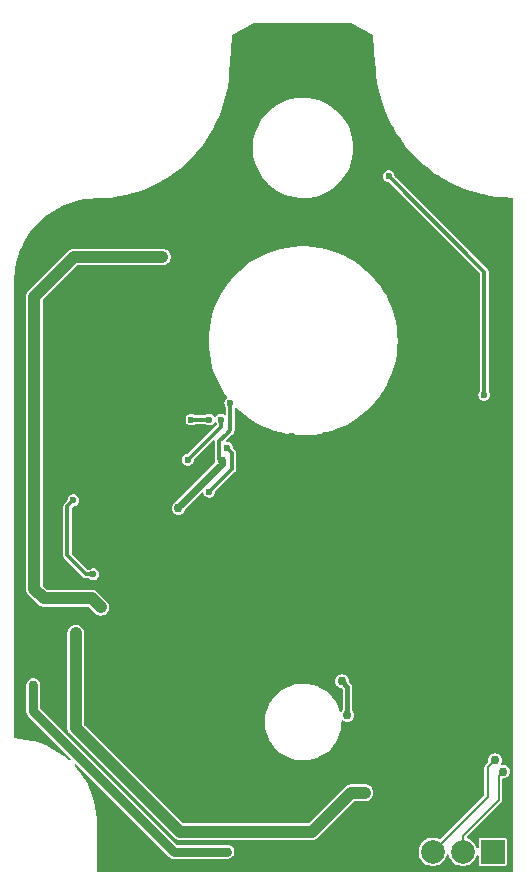
<source format=gbl>
G04 #@! TF.GenerationSoftware,KiCad,Pcbnew,8.0.1*
G04 #@! TF.CreationDate,2024-04-04T12:49:37+03:00*
G04 #@! TF.ProjectId,TWV,5457562e-6b69-4636-9164-5f7063625858,V-0.96*
G04 #@! TF.SameCoordinates,Original*
G04 #@! TF.FileFunction,Copper,L2,Bot*
G04 #@! TF.FilePolarity,Positive*
%FSLAX46Y46*%
G04 Gerber Fmt 4.6, Leading zero omitted, Abs format (unit mm)*
G04 Created by KiCad (PCBNEW 8.0.1) date 2024-04-04 12:49:37*
%MOMM*%
%LPD*%
G01*
G04 APERTURE LIST*
G04 #@! TA.AperFunction,ComponentPad*
%ADD10O,1.008000X2.016000*%
G04 #@! TD*
G04 #@! TA.AperFunction,ComponentPad*
%ADD11R,2.000000X2.000000*%
G04 #@! TD*
G04 #@! TA.AperFunction,ComponentPad*
%ADD12C,2.000000*%
G04 #@! TD*
G04 #@! TA.AperFunction,ViaPad*
%ADD13C,0.600000*%
G04 #@! TD*
G04 #@! TA.AperFunction,ViaPad*
%ADD14C,0.750000*%
G04 #@! TD*
G04 #@! TA.AperFunction,Conductor*
%ADD15C,0.300000*%
G04 #@! TD*
G04 #@! TA.AperFunction,Conductor*
%ADD16C,1.000000*%
G04 #@! TD*
G04 #@! TA.AperFunction,Conductor*
%ADD17C,0.200000*%
G04 #@! TD*
G04 #@! TA.AperFunction,Conductor*
%ADD18C,0.400000*%
G04 #@! TD*
G04 #@! TA.AperFunction,Conductor*
%ADD19C,0.800000*%
G04 #@! TD*
G04 #@! TA.AperFunction,Conductor*
%ADD20C,0.600000*%
G04 #@! TD*
G04 APERTURE END LIST*
D10*
X64589999Y-27896942D03*
X73229999Y-27896942D03*
X64589999Y-24146942D03*
X73229999Y-24146942D03*
D11*
X85018899Y-92693342D03*
D12*
X82478899Y-92693342D03*
X79938899Y-92693342D03*
X77398899Y-92693342D03*
D13*
X61339999Y-88796942D03*
X70229999Y-77366942D03*
D14*
X82409999Y-64396942D03*
D13*
X76809998Y-52896941D03*
X82929999Y-86256942D03*
X54010206Y-66816331D03*
X48639999Y-69746942D03*
D14*
X85109999Y-66796942D03*
D13*
X79119999Y-77366942D03*
X75509999Y-94096942D03*
X77849999Y-84986942D03*
X86209998Y-53696941D03*
X55276465Y-85548315D03*
X56909998Y-60796941D03*
X85469999Y-73556942D03*
X72769999Y-68476942D03*
X49909999Y-65936942D03*
D14*
X69708899Y-72443342D03*
D13*
X46099999Y-44346942D03*
X81209998Y-42696941D03*
X60069999Y-79906942D03*
X66220478Y-57531253D03*
X80389999Y-84986942D03*
D14*
X73109999Y-61396942D03*
X77509999Y-79996942D03*
D13*
X44829999Y-69746942D03*
X61209998Y-52696941D03*
X74039999Y-84986942D03*
X61339999Y-83716942D03*
X83708899Y-78693342D03*
X44829999Y-59586942D03*
X72769999Y-86256942D03*
D14*
X60909998Y-37896941D03*
D13*
X58799999Y-68476942D03*
D14*
X78109999Y-66796942D03*
D13*
X44829999Y-55776942D03*
D14*
X83209999Y-64396942D03*
D13*
X74039999Y-82446942D03*
X59009998Y-53996941D03*
X56209998Y-64696941D03*
X47369999Y-79906942D03*
X76579999Y-77366942D03*
X71509999Y-94096942D03*
X85209998Y-52696941D03*
X67986349Y-57509978D03*
X61009998Y-54896941D03*
X65149999Y-84986942D03*
D14*
X63209999Y-32196942D03*
D13*
X48639999Y-59586942D03*
D14*
X81009999Y-66796942D03*
D13*
X48639999Y-39266942D03*
X77009998Y-55896941D03*
X67236120Y-85015079D03*
X59209998Y-51796941D03*
X68809999Y-89896942D03*
X71499999Y-84986942D03*
D14*
X52209999Y-65596942D03*
D13*
X55709999Y-44596942D03*
D14*
X73109999Y-66796942D03*
D13*
X44829999Y-50696942D03*
X85077700Y-81461538D03*
D14*
X64208899Y-68993342D03*
D13*
X69209998Y-40696941D03*
X59209998Y-64696941D03*
X68981274Y-70442501D03*
X69209998Y-64696941D03*
X55558464Y-77659383D03*
X66209998Y-64696941D03*
X79119999Y-79906942D03*
X78209998Y-47696941D03*
X49909999Y-62126942D03*
X58799999Y-72286942D03*
X64759999Y-92426942D03*
X49909999Y-67206942D03*
X47369999Y-68476942D03*
X48639999Y-55776942D03*
X52421631Y-66858882D03*
X85469999Y-69746942D03*
X55309998Y-51696941D03*
D14*
X84809999Y-78696942D03*
D13*
X60069999Y-93876942D03*
X84777621Y-76453768D03*
X80389999Y-69746942D03*
X65149999Y-87526942D03*
X63209998Y-64696941D03*
D14*
X84909999Y-62096942D03*
X82409999Y-63596942D03*
D13*
X70901100Y-57403600D03*
X80389999Y-82446942D03*
X57529999Y-76096942D03*
X44829999Y-82446942D03*
X79109999Y-72496942D03*
X52449999Y-93876942D03*
X76579999Y-88796942D03*
X44829999Y-76096942D03*
X51179999Y-55776942D03*
X85929531Y-56177407D03*
X55309998Y-59196941D03*
X47369999Y-72286942D03*
D14*
X74309999Y-80896942D03*
D13*
X55706834Y-79573066D03*
X81309998Y-36496941D03*
X58799999Y-43076942D03*
X57706736Y-79253933D03*
D14*
X83209999Y-63596942D03*
X52209998Y-70155842D03*
D13*
X51760218Y-60430509D03*
X52449999Y-90066942D03*
X71499999Y-71016942D03*
X83699999Y-41806942D03*
X58799999Y-82446942D03*
X76579999Y-82446942D03*
X60069999Y-88796942D03*
X62609998Y-86096941D03*
X85469999Y-59586942D03*
X61339999Y-68476942D03*
D14*
X83509999Y-61996942D03*
X66508899Y-76593342D03*
D13*
X66297762Y-72492047D03*
X82708899Y-78693342D03*
X54107790Y-72035934D03*
D14*
X82009999Y-61996942D03*
D13*
X75309999Y-69746942D03*
X65201320Y-94052516D03*
X85609999Y-89996942D03*
X64467505Y-80612385D03*
X57529999Y-74826942D03*
X48639999Y-50696942D03*
X81659999Y-78636942D03*
X56259999Y-39266942D03*
X49909999Y-44346942D03*
X62509998Y-58496941D03*
X60995298Y-62196941D03*
D14*
X57053799Y-42322576D03*
X51817498Y-71989441D03*
X49708899Y-79093342D03*
X74208899Y-87693342D03*
X49708899Y-74293342D03*
X73008899Y-87693342D03*
X85909999Y-85896942D03*
X85208899Y-84943342D03*
D13*
X51209998Y-69196941D03*
X49512632Y-62942933D03*
X84309998Y-53996941D03*
X76209998Y-35496941D03*
D14*
X72259999Y-78251942D03*
X72709999Y-81126942D03*
X46108899Y-78593342D03*
X62508899Y-92693342D03*
X62087433Y-59641965D03*
D13*
X62809998Y-54696941D03*
D14*
X46108899Y-79793342D03*
X61208899Y-92693342D03*
X58409998Y-63596941D03*
D13*
X59509998Y-56096941D03*
X61009998Y-56096941D03*
X59209998Y-59496941D03*
X62009998Y-56096941D03*
D15*
X62909998Y-60282241D02*
X62909998Y-58896941D01*
X60995298Y-62196941D02*
X62909998Y-60282241D01*
X62909998Y-58896941D02*
X62509998Y-58496941D01*
D16*
X51058899Y-71230842D02*
X46996399Y-71230842D01*
X46208899Y-70443342D02*
X46208899Y-45693342D01*
X49579665Y-42322576D02*
X57053799Y-42322576D01*
X46208899Y-45693342D02*
X49579665Y-42322576D01*
X51817498Y-71989441D02*
X51058899Y-71230842D01*
X46996399Y-71230842D02*
X46208899Y-70443342D01*
X69708899Y-90993342D02*
X58508899Y-90993342D01*
X58508899Y-90993342D02*
X49708899Y-82193342D01*
X49708899Y-82193342D02*
X49708899Y-74193342D01*
X74208899Y-87693342D02*
X73008899Y-87693342D01*
X73008899Y-87693342D02*
X69708899Y-90993342D01*
D17*
X85909999Y-85896942D02*
X85509999Y-86296942D01*
X85509999Y-86296942D02*
X85509999Y-88292242D01*
X82478899Y-91323342D02*
X82478899Y-92693342D01*
X85509999Y-88292242D02*
X82478899Y-91323342D01*
X84609999Y-88022242D02*
X79938899Y-92693342D01*
X85208899Y-84943342D02*
X84609999Y-85542242D01*
X84609999Y-85542242D02*
X84609999Y-88022242D01*
D15*
X49009998Y-63445567D02*
X49009998Y-67596941D01*
X49512632Y-62942933D02*
X49009998Y-63445567D01*
X49009998Y-67596941D02*
X50609998Y-69196941D01*
X50609998Y-69196941D02*
X51209998Y-69196941D01*
X84309998Y-43596941D02*
X76209998Y-35496941D01*
X84309998Y-53996941D02*
X84309998Y-43596941D01*
D18*
X72709999Y-78701942D02*
X72709999Y-81126942D01*
X72259999Y-78251942D02*
X72709999Y-78701942D01*
D19*
X46108899Y-80793342D02*
X46108899Y-78593342D01*
D15*
X61859998Y-59414530D02*
X61859998Y-57946941D01*
X62509998Y-57296941D02*
X62809998Y-56996941D01*
D20*
X62087433Y-59819506D02*
X58409998Y-63496941D01*
D15*
X61859998Y-57946941D02*
X62509998Y-57296941D01*
D20*
X62087433Y-59641965D02*
X62087433Y-59819506D01*
D15*
X62809998Y-56996941D02*
X62809998Y-54696941D01*
D19*
X62508899Y-92693342D02*
X61208899Y-92693342D01*
D20*
X58409998Y-63496941D02*
X58409998Y-63596941D01*
D19*
X61208899Y-92693342D02*
X58008899Y-92693342D01*
D15*
X62087433Y-59641965D02*
X61859998Y-59414530D01*
D19*
X58008899Y-92693342D02*
X46108899Y-80793342D01*
D15*
X61009998Y-56096941D02*
X59509998Y-56096941D01*
X62009998Y-56696941D02*
X62009998Y-56096941D01*
X59209998Y-59496941D02*
X62009998Y-56696941D01*
G04 #@! TA.AperFunction,Conductor*
G36*
X73027451Y-22510705D02*
G01*
X74849071Y-23562418D01*
X74890011Y-23607887D01*
X74898259Y-23640311D01*
X75084614Y-25985331D01*
X75084878Y-25990108D01*
X75094695Y-26306975D01*
X75150674Y-26951351D01*
X75151109Y-26956352D01*
X75151109Y-26956355D01*
X75243629Y-27601559D01*
X75371968Y-28240589D01*
X75371978Y-28240633D01*
X75535730Y-28871490D01*
X75535737Y-28871512D01*
X75734413Y-29492305D01*
X75734424Y-29492335D01*
X75967384Y-30101058D01*
X75967389Y-30101070D01*
X76233927Y-30695880D01*
X76233930Y-30695886D01*
X76522634Y-31254456D01*
X76533220Y-31274936D01*
X76533227Y-31274948D01*
X76864297Y-31836361D01*
X76864304Y-31836372D01*
X76864312Y-31836385D01*
X77226190Y-32378514D01*
X77617724Y-32899629D01*
X77617730Y-32899637D01*
X77617736Y-32899644D01*
X78037695Y-33398107D01*
X78332663Y-33711013D01*
X78484803Y-33872404D01*
X78957652Y-34321039D01*
X79177571Y-34507540D01*
X79454770Y-34742618D01*
X79454773Y-34742620D01*
X79974620Y-35135835D01*
X80167470Y-35265467D01*
X80515566Y-35499454D01*
X80515584Y-35499466D01*
X80751131Y-35639397D01*
X81075964Y-35832370D01*
X81314985Y-35956891D01*
X81654009Y-36133510D01*
X81654019Y-36133514D01*
X81654035Y-36133523D01*
X82247994Y-36401986D01*
X82855994Y-36636924D01*
X83476145Y-36837605D01*
X84106518Y-37003407D01*
X84299325Y-37042777D01*
X84745125Y-37133807D01*
X84745133Y-37133808D01*
X84745152Y-37133812D01*
X85390063Y-37228417D01*
X86039244Y-37286927D01*
X86613881Y-37306538D01*
X86671390Y-37327418D01*
X86705644Y-37378115D01*
X86709501Y-37405479D01*
X86709501Y-94297442D01*
X86690594Y-94355633D01*
X86641094Y-94391597D01*
X86610501Y-94396442D01*
X51609499Y-94396442D01*
X51551308Y-94377535D01*
X51515344Y-94328035D01*
X51510499Y-94297442D01*
X51510499Y-90251835D01*
X51511186Y-90242215D01*
X51510509Y-90195485D01*
X51510499Y-90194050D01*
X51510499Y-90156770D01*
X51509760Y-90146653D01*
X51506702Y-89935425D01*
X51462578Y-89422937D01*
X51382006Y-88914903D01*
X51265396Y-88413911D01*
X51113343Y-87922514D01*
X51110397Y-87914953D01*
X50926619Y-87443212D01*
X50706192Y-86978482D01*
X50706182Y-86978462D01*
X50706182Y-86978461D01*
X50453149Y-86530616D01*
X50444924Y-86518217D01*
X50225336Y-86187175D01*
X50168813Y-86101963D01*
X49854620Y-85694687D01*
X49854615Y-85694681D01*
X49854607Y-85694671D01*
X49634477Y-85447943D01*
X49609845Y-85391935D01*
X49622839Y-85332145D01*
X49668494Y-85291412D01*
X49729373Y-85285293D01*
X49778353Y-85312031D01*
X57528377Y-93062055D01*
X57528379Y-93062058D01*
X57640183Y-93173862D01*
X57777115Y-93252919D01*
X57888918Y-93282876D01*
X57929841Y-93293842D01*
X62587954Y-93293842D01*
X62587956Y-93293842D01*
X62740683Y-93252919D01*
X62877615Y-93173862D01*
X62989419Y-93062058D01*
X63068476Y-92925126D01*
X63109399Y-92772399D01*
X63109399Y-92693342D01*
X78733256Y-92693342D01*
X78753784Y-92914878D01*
X78814670Y-93128870D01*
X78913841Y-93328031D01*
X79047918Y-93505578D01*
X79212337Y-93655466D01*
X79401498Y-93772589D01*
X79608959Y-93852960D01*
X79827656Y-93893842D01*
X80050142Y-93893842D01*
X80268839Y-93852960D01*
X80476300Y-93772589D01*
X80665461Y-93655466D01*
X80829880Y-93505578D01*
X80963957Y-93328031D01*
X81063128Y-93128870D01*
X81113679Y-92951201D01*
X81147788Y-92900407D01*
X81205241Y-92879363D01*
X81264090Y-92896107D01*
X81301859Y-92944244D01*
X81304114Y-92951187D01*
X81354670Y-93128870D01*
X81453841Y-93328031D01*
X81587918Y-93505578D01*
X81752337Y-93655466D01*
X81941498Y-93772589D01*
X82148959Y-93852960D01*
X82367656Y-93893842D01*
X82590142Y-93893842D01*
X82808839Y-93852960D01*
X83016300Y-93772589D01*
X83205461Y-93655466D01*
X83369880Y-93505578D01*
X83503957Y-93328031D01*
X83603128Y-93128870D01*
X83624178Y-93054883D01*
X83658288Y-93004089D01*
X83715740Y-92983045D01*
X83774590Y-92999789D01*
X83812359Y-93047926D01*
X83818399Y-93081977D01*
X83818399Y-93713088D01*
X83818400Y-93713100D01*
X83830031Y-93771569D01*
X83830032Y-93771573D01*
X83874347Y-93837894D01*
X83940668Y-93882209D01*
X83985130Y-93891053D01*
X83999140Y-93893840D01*
X83999145Y-93893840D01*
X83999151Y-93893842D01*
X83999152Y-93893842D01*
X86038646Y-93893842D01*
X86038647Y-93893842D01*
X86097130Y-93882209D01*
X86163451Y-93837894D01*
X86207766Y-93771573D01*
X86219399Y-93713090D01*
X86219399Y-91673594D01*
X86207766Y-91615111D01*
X86163451Y-91548790D01*
X86163447Y-91548787D01*
X86097132Y-91504476D01*
X86097130Y-91504475D01*
X86097127Y-91504474D01*
X86097126Y-91504474D01*
X86038657Y-91492843D01*
X86038647Y-91492842D01*
X83999151Y-91492842D01*
X83999150Y-91492842D01*
X83999140Y-91492843D01*
X83940671Y-91504474D01*
X83940665Y-91504476D01*
X83874350Y-91548787D01*
X83874344Y-91548793D01*
X83830033Y-91615108D01*
X83830031Y-91615114D01*
X83818400Y-91673583D01*
X83818399Y-91673595D01*
X83818399Y-92304706D01*
X83799492Y-92362897D01*
X83749992Y-92398861D01*
X83688806Y-92398861D01*
X83639306Y-92362897D01*
X83624179Y-92331801D01*
X83603128Y-92257814D01*
X83503957Y-92058653D01*
X83369880Y-91881106D01*
X83205461Y-91731218D01*
X83016300Y-91614095D01*
X82867369Y-91556398D01*
X82819940Y-91517748D01*
X82804286Y-91458599D01*
X82826389Y-91401546D01*
X82833120Y-91394091D01*
X85750459Y-88476753D01*
X85790021Y-88408230D01*
X85810499Y-88331804D01*
X85810499Y-88252680D01*
X85810499Y-86576408D01*
X85829406Y-86518217D01*
X85878906Y-86482253D01*
X85903577Y-86478345D01*
X85903566Y-86478255D01*
X85907032Y-86477798D01*
X85909499Y-86477408D01*
X85910000Y-86477408D01*
X85940046Y-86473452D01*
X86060235Y-86457629D01*
X86200232Y-86399640D01*
X86320450Y-86307393D01*
X86412697Y-86187175D01*
X86470686Y-86047178D01*
X86490465Y-85896942D01*
X86470686Y-85746706D01*
X86412697Y-85606709D01*
X86320450Y-85486491D01*
X86200232Y-85394244D01*
X86199855Y-85394088D01*
X86060237Y-85336256D01*
X86060239Y-85336256D01*
X86060235Y-85336255D01*
X86060233Y-85336254D01*
X86060231Y-85336254D01*
X85910000Y-85316476D01*
X85909998Y-85316476D01*
X85833840Y-85326502D01*
X85773679Y-85315352D01*
X85731562Y-85270969D01*
X85723576Y-85210307D01*
X85729452Y-85190468D01*
X85769586Y-85093578D01*
X85789365Y-84943342D01*
X85769586Y-84793106D01*
X85711597Y-84653109D01*
X85619350Y-84532891D01*
X85499132Y-84440644D01*
X85359135Y-84382655D01*
X85359133Y-84382654D01*
X85359131Y-84382654D01*
X85208900Y-84362876D01*
X85208898Y-84362876D01*
X85058666Y-84382654D01*
X85058660Y-84382656D01*
X84918667Y-84440643D01*
X84798450Y-84532889D01*
X84798446Y-84532893D01*
X84706200Y-84653110D01*
X84648213Y-84793103D01*
X84648211Y-84793109D01*
X84628433Y-84943341D01*
X84628433Y-84943343D01*
X84640149Y-85032344D01*
X84628998Y-85092505D01*
X84612000Y-85115268D01*
X84425488Y-85301781D01*
X84369538Y-85357731D01*
X84329979Y-85426249D01*
X84329977Y-85426253D01*
X84309499Y-85502677D01*
X84309499Y-87856762D01*
X84290592Y-87914953D01*
X84280503Y-87926766D01*
X80603930Y-91603338D01*
X80549413Y-91631115D01*
X80488981Y-91621544D01*
X80481815Y-91617509D01*
X80476306Y-91614098D01*
X80476300Y-91614095D01*
X80307736Y-91548793D01*
X80268839Y-91533724D01*
X80268838Y-91533723D01*
X80268836Y-91533723D01*
X80050142Y-91492842D01*
X79827656Y-91492842D01*
X79608961Y-91533723D01*
X79532696Y-91563268D01*
X79401498Y-91614095D01*
X79272702Y-91693842D01*
X79212337Y-91731218D01*
X79047919Y-91881105D01*
X78913842Y-92058651D01*
X78913837Y-92058660D01*
X78837073Y-92212822D01*
X78814670Y-92257814D01*
X78753784Y-92471806D01*
X78733256Y-92693342D01*
X63109399Y-92693342D01*
X63109399Y-92614285D01*
X63068476Y-92461558D01*
X62989419Y-92324626D01*
X62877615Y-92212822D01*
X62740683Y-92133765D01*
X62587956Y-92092842D01*
X62587954Y-92092842D01*
X58298642Y-92092842D01*
X58240451Y-92073935D01*
X58228638Y-92063846D01*
X48427130Y-82262338D01*
X49008399Y-82262338D01*
X49035319Y-82397669D01*
X49035319Y-82397671D01*
X49088122Y-82525150D01*
X49088123Y-82525152D01*
X49088124Y-82525153D01*
X49164785Y-82639885D01*
X53597465Y-87072564D01*
X58062357Y-91537456D01*
X58177081Y-91614113D01*
X58177085Y-91614115D01*
X58177088Y-91614117D01*
X58251765Y-91645049D01*
X58304570Y-91666922D01*
X58331486Y-91672275D01*
X58331489Y-91672277D01*
X58331490Y-91672276D01*
X58439906Y-91693842D01*
X58439907Y-91693842D01*
X69777892Y-91693842D01*
X69777893Y-91693842D01*
X69913227Y-91666922D01*
X70040710Y-91614117D01*
X70155442Y-91537456D01*
X73270060Y-88422838D01*
X73324577Y-88395061D01*
X73340064Y-88393842D01*
X74277891Y-88393842D01*
X74277892Y-88393842D01*
X74413227Y-88366922D01*
X74540710Y-88314117D01*
X74655441Y-88237456D01*
X74753013Y-88139884D01*
X74829674Y-88025153D01*
X74882479Y-87897670D01*
X74909399Y-87762335D01*
X74909399Y-87624349D01*
X74882479Y-87489014D01*
X74829674Y-87361531D01*
X74829673Y-87361529D01*
X74829670Y-87361524D01*
X74753013Y-87246800D01*
X74655440Y-87149227D01*
X74540716Y-87072570D01*
X74540705Y-87072564D01*
X74413227Y-87019762D01*
X74277894Y-86992842D01*
X74277892Y-86992842D01*
X73077893Y-86992842D01*
X72939905Y-86992842D01*
X72939902Y-86992842D01*
X72804571Y-87019762D01*
X72804569Y-87019762D01*
X72677090Y-87072565D01*
X72562359Y-87149225D01*
X69447738Y-90263846D01*
X69393221Y-90291623D01*
X69377734Y-90292842D01*
X58840063Y-90292842D01*
X58781872Y-90273935D01*
X58770059Y-90263846D01*
X50438395Y-81932181D01*
X50413834Y-81883975D01*
X65714934Y-81883975D01*
X65754324Y-82239874D01*
X65832629Y-82589281D01*
X65948891Y-82927942D01*
X65948896Y-82927955D01*
X66101705Y-83251765D01*
X66289219Y-83556815D01*
X66289223Y-83556821D01*
X66509147Y-83839379D01*
X66509149Y-83839381D01*
X66509153Y-83839386D01*
X66758834Y-84096045D01*
X67035234Y-84323679D01*
X67334999Y-84519525D01*
X67335002Y-84519526D01*
X67335006Y-84519529D01*
X67363122Y-84533757D01*
X67654489Y-84681205D01*
X67989826Y-84806758D01*
X68336939Y-84894659D01*
X68691616Y-84943842D01*
X68746682Y-84945359D01*
X69049540Y-84953708D01*
X69049542Y-84953708D01*
X69049544Y-84953707D01*
X69049551Y-84953708D01*
X69406398Y-84924139D01*
X69757827Y-84855493D01*
X70099571Y-84748604D01*
X70099577Y-84748600D01*
X70099581Y-84748600D01*
X70099582Y-84748599D01*
X70427482Y-84604768D01*
X70737581Y-84425733D01*
X71026101Y-84213671D01*
X71289542Y-83971157D01*
X71524706Y-83701133D01*
X71728737Y-83406879D01*
X71899160Y-83091965D01*
X72033905Y-82760215D01*
X72131337Y-82415656D01*
X72190274Y-82062469D01*
X72209999Y-81704942D01*
X72208260Y-81673435D01*
X72223933Y-81614294D01*
X72271376Y-81575657D01*
X72332468Y-81572286D01*
X72367377Y-81589441D01*
X72419764Y-81629639D01*
X72419765Y-81629640D01*
X72469261Y-81650141D01*
X72559763Y-81687629D01*
X72645861Y-81698964D01*
X72709998Y-81707408D01*
X72709999Y-81707408D01*
X72710000Y-81707408D01*
X72740046Y-81703452D01*
X72860235Y-81687629D01*
X73000232Y-81629640D01*
X73120450Y-81537393D01*
X73212697Y-81417175D01*
X73270686Y-81277178D01*
X73290465Y-81126942D01*
X73270686Y-80976706D01*
X73212697Y-80836709D01*
X73130956Y-80730183D01*
X73110533Y-80672508D01*
X73110499Y-80669916D01*
X73110499Y-78649216D01*
X73110499Y-78649215D01*
X73094805Y-78590644D01*
X73083206Y-78547354D01*
X73080215Y-78542173D01*
X73030482Y-78456033D01*
X73030478Y-78456028D01*
X72866360Y-78291909D01*
X72838583Y-78237393D01*
X72838220Y-78234894D01*
X72820686Y-78101706D01*
X72762697Y-77961709D01*
X72670450Y-77841491D01*
X72550232Y-77749244D01*
X72410235Y-77691255D01*
X72410233Y-77691254D01*
X72410231Y-77691254D01*
X72260000Y-77671476D01*
X72259998Y-77671476D01*
X72109766Y-77691254D01*
X72109760Y-77691256D01*
X71969767Y-77749243D01*
X71849550Y-77841489D01*
X71849546Y-77841493D01*
X71757300Y-77961710D01*
X71699313Y-78101703D01*
X71699311Y-78101709D01*
X71683129Y-78224626D01*
X71679533Y-78251942D01*
X71699312Y-78402178D01*
X71728306Y-78472176D01*
X71745748Y-78514285D01*
X71757301Y-78542175D01*
X71849548Y-78662393D01*
X71969766Y-78754640D01*
X72109763Y-78812629D01*
X72223422Y-78827592D01*
X72278646Y-78853933D01*
X72307841Y-78907703D01*
X72309499Y-78925745D01*
X72309499Y-80669916D01*
X72290592Y-80728107D01*
X72289040Y-80730184D01*
X72239360Y-80794927D01*
X72188936Y-80829582D01*
X72127771Y-80827980D01*
X72079230Y-80790732D01*
X72065557Y-80761603D01*
X72033905Y-80649669D01*
X71899160Y-80317919D01*
X71728737Y-80003005D01*
X71524706Y-79708751D01*
X71524704Y-79708748D01*
X71435360Y-79606161D01*
X71289542Y-79438727D01*
X71026101Y-79196213D01*
X70737581Y-78984151D01*
X70427482Y-78805116D01*
X70427479Y-78805115D01*
X70427478Y-78805114D01*
X70099582Y-78661284D01*
X70099581Y-78661283D01*
X69757826Y-78554390D01*
X69406393Y-78485744D01*
X69406394Y-78485744D01*
X69049541Y-78456175D01*
X68691618Y-78466041D01*
X68691613Y-78466042D01*
X68336935Y-78515225D01*
X67989832Y-78603124D01*
X67989828Y-78603125D01*
X67989826Y-78603126D01*
X67895059Y-78638607D01*
X67654490Y-78728678D01*
X67335006Y-78890354D01*
X67035230Y-79086207D01*
X66758833Y-79313840D01*
X66758831Y-79313842D01*
X66509147Y-79570504D01*
X66289223Y-79853062D01*
X66289219Y-79853068D01*
X66101705Y-80158118D01*
X65948896Y-80481928D01*
X65948891Y-80481941D01*
X65832629Y-80820602D01*
X65832628Y-80820606D01*
X65829019Y-80836709D01*
X65754324Y-81170009D01*
X65714934Y-81525908D01*
X65714934Y-81883975D01*
X50413834Y-81883975D01*
X50410618Y-81877664D01*
X50409399Y-81862177D01*
X50409399Y-74124350D01*
X50409398Y-74124346D01*
X50382479Y-73989014D01*
X50329674Y-73861531D01*
X50329673Y-73861529D01*
X50329670Y-73861524D01*
X50253013Y-73746800D01*
X50155440Y-73649227D01*
X50040716Y-73572570D01*
X50040705Y-73572564D01*
X49913227Y-73519762D01*
X49777894Y-73492842D01*
X49777892Y-73492842D01*
X49639906Y-73492842D01*
X49639903Y-73492842D01*
X49504571Y-73519762D01*
X49504569Y-73519762D01*
X49377092Y-73572564D01*
X49377081Y-73572570D01*
X49262357Y-73649227D01*
X49164784Y-73746800D01*
X49088127Y-73861524D01*
X49088121Y-73861535D01*
X49035319Y-73989012D01*
X49035319Y-73989014D01*
X49008399Y-74124346D01*
X49008399Y-82262338D01*
X48427130Y-82262338D01*
X46738395Y-80573603D01*
X46710618Y-80519086D01*
X46709399Y-80503599D01*
X46709399Y-78514286D01*
X46709399Y-78514285D01*
X46668476Y-78361558D01*
X46589419Y-78224626D01*
X46477615Y-78112822D01*
X46340683Y-78033765D01*
X46187956Y-77992842D01*
X46029842Y-77992842D01*
X45877115Y-78033765D01*
X45740183Y-78112822D01*
X45628379Y-78224626D01*
X45549322Y-78361558D01*
X45523970Y-78456175D01*
X45508399Y-78514286D01*
X45508399Y-80708205D01*
X45508398Y-80708223D01*
X45508398Y-80714285D01*
X45508398Y-80872399D01*
X45549322Y-81025127D01*
X45561848Y-81046822D01*
X45561849Y-81046826D01*
X45628377Y-81162055D01*
X45628379Y-81162058D01*
X45740183Y-81273862D01*
X45740185Y-81273863D01*
X49252052Y-84785730D01*
X49279829Y-84840247D01*
X49270258Y-84900679D01*
X49226993Y-84943944D01*
X49166561Y-84953515D01*
X49118308Y-84931485D01*
X48749641Y-84621270D01*
X48749639Y-84621269D01*
X48749638Y-84621268D01*
X48749633Y-84621264D01*
X48333424Y-84319004D01*
X48333423Y-84319003D01*
X48333417Y-84318999D01*
X47896725Y-84047213D01*
X47896720Y-84047210D01*
X47896713Y-84047206D01*
X47441724Y-83807256D01*
X47332140Y-83759117D01*
X46970783Y-83600377D01*
X46750243Y-83521741D01*
X46486271Y-83427619D01*
X46486268Y-83427618D01*
X46486262Y-83427616D01*
X46212688Y-83351576D01*
X45990675Y-83289867D01*
X45990667Y-83289865D01*
X45990647Y-83289860D01*
X45486529Y-83187824D01*
X45486508Y-83187820D01*
X44976362Y-83122003D01*
X44603867Y-83100781D01*
X44546846Y-83078594D01*
X44513756Y-83027128D01*
X44510498Y-83001941D01*
X44510498Y-70512338D01*
X45508399Y-70512338D01*
X45535319Y-70647669D01*
X45535319Y-70647671D01*
X45588122Y-70775150D01*
X45588123Y-70775152D01*
X45588124Y-70775153D01*
X45664785Y-70889885D01*
X46549856Y-71774956D01*
X46664588Y-71851617D01*
X46792070Y-71904422D01*
X46818986Y-71909775D01*
X46818989Y-71909777D01*
X46818990Y-71909776D01*
X46927406Y-71931342D01*
X50727734Y-71931342D01*
X50785925Y-71950249D01*
X50797738Y-71960338D01*
X51370955Y-72533555D01*
X51485687Y-72610216D01*
X51613170Y-72663021D01*
X51748504Y-72689941D01*
X51748505Y-72689941D01*
X51886491Y-72689941D01*
X51886492Y-72689941D01*
X52021826Y-72663021D01*
X52149309Y-72610216D01*
X52264041Y-72533555D01*
X52361612Y-72435984D01*
X52438273Y-72321252D01*
X52491078Y-72193769D01*
X52517998Y-72058435D01*
X52517998Y-71920447D01*
X52491078Y-71785113D01*
X52438273Y-71657630D01*
X52361612Y-71542898D01*
X51505442Y-70686728D01*
X51390710Y-70610067D01*
X51390709Y-70610066D01*
X51390707Y-70610065D01*
X51263227Y-70557262D01*
X51127895Y-70530342D01*
X51127893Y-70530342D01*
X51127892Y-70530342D01*
X47327564Y-70530342D01*
X47269373Y-70511435D01*
X47257560Y-70501346D01*
X46938395Y-70182181D01*
X46910618Y-70127664D01*
X46909399Y-70112177D01*
X46909399Y-67643085D01*
X48659498Y-67643085D01*
X48683384Y-67732229D01*
X48729528Y-67812153D01*
X50394786Y-69477411D01*
X50474710Y-69523555D01*
X50563854Y-69547441D01*
X50563855Y-69547441D01*
X50656142Y-69547441D01*
X50806239Y-69547441D01*
X50864430Y-69566348D01*
X50873401Y-69574581D01*
X50873518Y-69574447D01*
X50878869Y-69579084D01*
X50999940Y-69656891D01*
X50999945Y-69656894D01*
X51106401Y-69688152D01*
X51138033Y-69697440D01*
X51138034Y-69697440D01*
X51138037Y-69697441D01*
X51138039Y-69697441D01*
X51281957Y-69697441D01*
X51281959Y-69697441D01*
X51420051Y-69656894D01*
X51541126Y-69579084D01*
X51635375Y-69470314D01*
X51695163Y-69339398D01*
X51715645Y-69196941D01*
X51695163Y-69054484D01*
X51635375Y-68923568D01*
X51541126Y-68814798D01*
X51541125Y-68814797D01*
X51541124Y-68814796D01*
X51420055Y-68736990D01*
X51420052Y-68736988D01*
X51420051Y-68736988D01*
X51420048Y-68736987D01*
X51281962Y-68696441D01*
X51281959Y-68696441D01*
X51138037Y-68696441D01*
X51138033Y-68696441D01*
X50999947Y-68736987D01*
X50999940Y-68736990D01*
X50878869Y-68814797D01*
X50873518Y-68819435D01*
X50872029Y-68817717D01*
X50828657Y-68843869D01*
X50806239Y-68846441D01*
X50796188Y-68846441D01*
X50737997Y-68827534D01*
X50726184Y-68817445D01*
X49389494Y-67480755D01*
X49361717Y-67426238D01*
X49360498Y-67410751D01*
X49360498Y-63631757D01*
X49371810Y-63596941D01*
X57829532Y-63596941D01*
X57849311Y-63747177D01*
X57907300Y-63887174D01*
X57999547Y-64007392D01*
X58119765Y-64099639D01*
X58259762Y-64157628D01*
X58372439Y-64172462D01*
X58409997Y-64177407D01*
X58409998Y-64177407D01*
X58409999Y-64177407D01*
X58440045Y-64173451D01*
X58560234Y-64157628D01*
X58700231Y-64099639D01*
X58820449Y-64007392D01*
X58912696Y-63887174D01*
X58970685Y-63747177D01*
X58981930Y-63661753D01*
X59008270Y-63606530D01*
X59010042Y-63604709D01*
X60340772Y-62273979D01*
X60395287Y-62246204D01*
X60455719Y-62255775D01*
X60498984Y-62299040D01*
X60508766Y-62329895D01*
X60510132Y-62339397D01*
X60557188Y-62442433D01*
X60569921Y-62470314D01*
X60664170Y-62579084D01*
X60664171Y-62579085D01*
X60785240Y-62656891D01*
X60785245Y-62656894D01*
X60891701Y-62688152D01*
X60923333Y-62697440D01*
X60923334Y-62697440D01*
X60923337Y-62697441D01*
X60923339Y-62697441D01*
X61067257Y-62697441D01*
X61067259Y-62697441D01*
X61205351Y-62656894D01*
X61326426Y-62579084D01*
X61420675Y-62470314D01*
X61480463Y-62339398D01*
X61480462Y-62339398D01*
X61480464Y-62339396D01*
X61497929Y-62217918D01*
X61524924Y-62163010D01*
X61525849Y-62162070D01*
X63190468Y-60497453D01*
X63236612Y-60417529D01*
X63260498Y-60328384D01*
X63260498Y-60236097D01*
X63260498Y-58850797D01*
X63236612Y-58761653D01*
X63190467Y-58681729D01*
X63190466Y-58681728D01*
X63125215Y-58616476D01*
X63125209Y-58616471D01*
X63040617Y-58531878D01*
X63012840Y-58477361D01*
X63012629Y-58475963D01*
X62995164Y-58354485D01*
X62935375Y-58223569D01*
X62935375Y-58223568D01*
X62841126Y-58114798D01*
X62841125Y-58114797D01*
X62841124Y-58114796D01*
X62720055Y-58036990D01*
X62720052Y-58036988D01*
X62720051Y-58036988D01*
X62720048Y-58036987D01*
X62581962Y-57996441D01*
X62581959Y-57996441D01*
X62545188Y-57996441D01*
X62486997Y-57977534D01*
X62451033Y-57928034D01*
X62451033Y-57866848D01*
X62475184Y-57827437D01*
X62790468Y-57512153D01*
X62919505Y-57383116D01*
X63090468Y-57212153D01*
X63136612Y-57132229D01*
X63150143Y-57081729D01*
X63160498Y-57043085D01*
X63160498Y-55174191D01*
X63179405Y-55116000D01*
X63228905Y-55080036D01*
X63290091Y-55080036D01*
X63328269Y-55102977D01*
X63606948Y-55372096D01*
X63606954Y-55372101D01*
X64015362Y-55714796D01*
X64034712Y-55731032D01*
X64052381Y-55743869D01*
X64486456Y-56059243D01*
X64959999Y-56355145D01*
X65453030Y-56617294D01*
X65963146Y-56844413D01*
X66487863Y-57035394D01*
X67024624Y-57189308D01*
X67570814Y-57305404D01*
X68123771Y-57383117D01*
X68680803Y-57422069D01*
X68680811Y-57422069D01*
X69239187Y-57422069D01*
X69239195Y-57422069D01*
X69796227Y-57383117D01*
X70349184Y-57305404D01*
X70895374Y-57189308D01*
X71432135Y-57035394D01*
X71956852Y-56844413D01*
X72466968Y-56617294D01*
X72959999Y-56355145D01*
X73433542Y-56059243D01*
X73885291Y-55731028D01*
X74313044Y-55372101D01*
X74714717Y-54984209D01*
X75088355Y-54569243D01*
X75432135Y-54129224D01*
X75744384Y-53666296D01*
X75782529Y-53600228D01*
X76023570Y-53182732D01*
X76023574Y-53182725D01*
X76023580Y-53182715D01*
X76268363Y-52680835D01*
X76477540Y-52163103D01*
X76650093Y-51632041D01*
X76785180Y-51090236D01*
X76882144Y-50540327D01*
X76940511Y-49984994D01*
X76959999Y-49426942D01*
X76940511Y-48868890D01*
X76882144Y-48313557D01*
X76785180Y-47763648D01*
X76650093Y-47221843D01*
X76477540Y-46690781D01*
X76477539Y-46690779D01*
X76477536Y-46690769D01*
X76268366Y-46173057D01*
X76268363Y-46173049D01*
X76023580Y-45671169D01*
X76023570Y-45671151D01*
X75744387Y-45187592D01*
X75744383Y-45187587D01*
X75432135Y-44724660D01*
X75432130Y-44724654D01*
X75432127Y-44724649D01*
X75088357Y-44284644D01*
X75088355Y-44284641D01*
X75088341Y-44284625D01*
X74714723Y-43869681D01*
X74714721Y-43869679D01*
X74313041Y-43481780D01*
X73885285Y-43122851D01*
X73594031Y-42911243D01*
X73433542Y-42794641D01*
X72959999Y-42498739D01*
X72758438Y-42391567D01*
X72466963Y-42236587D01*
X71956850Y-42009470D01*
X71432130Y-41818488D01*
X70895377Y-41664577D01*
X70895378Y-41664577D01*
X70895374Y-41664576D01*
X70349184Y-41548480D01*
X69796227Y-41470767D01*
X69239195Y-41431815D01*
X68680803Y-41431815D01*
X68123771Y-41470767D01*
X67570814Y-41548480D01*
X67024624Y-41664576D01*
X67024621Y-41664576D01*
X67024620Y-41664577D01*
X66487867Y-41818488D01*
X65963147Y-42009470D01*
X65453034Y-42236587D01*
X64960002Y-42498737D01*
X64959994Y-42498742D01*
X64486457Y-42794640D01*
X64034712Y-43122851D01*
X63606956Y-43481780D01*
X63205276Y-43869679D01*
X63205274Y-43869681D01*
X62831656Y-44284625D01*
X62831640Y-44284644D01*
X62487870Y-44724649D01*
X62175614Y-45187587D01*
X62175610Y-45187592D01*
X61896427Y-45671151D01*
X61896423Y-45671158D01*
X61651631Y-46173057D01*
X61442461Y-46690769D01*
X61269903Y-47221846D01*
X61134822Y-47763630D01*
X61134814Y-47763665D01*
X61037854Y-48313553D01*
X60979487Y-48868888D01*
X60959999Y-49426942D01*
X60979487Y-49984995D01*
X61037854Y-50540330D01*
X61134814Y-51090218D01*
X61134822Y-51090253D01*
X61269903Y-51632037D01*
X61442461Y-52163114D01*
X61651631Y-52680826D01*
X61896423Y-53182725D01*
X61896427Y-53182732D01*
X62175610Y-53666291D01*
X62175614Y-53666296D01*
X62302548Y-53854484D01*
X62487870Y-54129234D01*
X62514544Y-54163375D01*
X62535471Y-54220870D01*
X62518606Y-54279685D01*
X62490058Y-54307607D01*
X62478871Y-54314797D01*
X62384620Y-54423569D01*
X62324832Y-54554484D01*
X62304351Y-54696938D01*
X62304351Y-54696943D01*
X62324832Y-54839397D01*
X62384620Y-54970312D01*
X62384621Y-54970314D01*
X62435318Y-55028821D01*
X62459135Y-55085179D01*
X62459498Y-55093651D01*
X62459498Y-55609566D01*
X62440591Y-55667757D01*
X62391091Y-55703721D01*
X62329905Y-55703721D01*
X62306975Y-55692850D01*
X62220055Y-55636990D01*
X62220052Y-55636988D01*
X62220051Y-55636988D01*
X62220048Y-55636987D01*
X62081962Y-55596441D01*
X62081959Y-55596441D01*
X61938037Y-55596441D01*
X61938033Y-55596441D01*
X61799947Y-55636987D01*
X61799940Y-55636990D01*
X61678870Y-55714797D01*
X61678868Y-55714799D01*
X61584817Y-55823341D01*
X61532422Y-55854937D01*
X61471461Y-55849701D01*
X61435179Y-55823341D01*
X61341127Y-55714799D01*
X61341125Y-55714797D01*
X61220055Y-55636990D01*
X61220052Y-55636988D01*
X61220051Y-55636988D01*
X61220048Y-55636987D01*
X61081962Y-55596441D01*
X61081959Y-55596441D01*
X60938037Y-55596441D01*
X60938033Y-55596441D01*
X60799947Y-55636987D01*
X60799940Y-55636990D01*
X60678869Y-55714797D01*
X60673518Y-55719435D01*
X60672029Y-55717717D01*
X60628657Y-55743869D01*
X60606239Y-55746441D01*
X59913757Y-55746441D01*
X59855566Y-55727534D01*
X59846594Y-55719300D01*
X59846478Y-55719435D01*
X59841126Y-55714797D01*
X59720055Y-55636990D01*
X59720052Y-55636988D01*
X59720051Y-55636988D01*
X59720048Y-55636987D01*
X59581962Y-55596441D01*
X59581959Y-55596441D01*
X59438037Y-55596441D01*
X59438033Y-55596441D01*
X59299947Y-55636987D01*
X59299940Y-55636990D01*
X59178871Y-55714796D01*
X59084620Y-55823569D01*
X59024832Y-55954484D01*
X59004351Y-56096938D01*
X59004351Y-56096943D01*
X59024832Y-56239397D01*
X59072685Y-56344179D01*
X59084621Y-56370314D01*
X59153680Y-56450013D01*
X59178871Y-56479085D01*
X59299940Y-56556891D01*
X59299945Y-56556894D01*
X59406401Y-56588152D01*
X59438033Y-56597440D01*
X59438034Y-56597440D01*
X59438037Y-56597441D01*
X59438039Y-56597441D01*
X59581957Y-56597441D01*
X59581959Y-56597441D01*
X59720051Y-56556894D01*
X59841126Y-56479084D01*
X59846478Y-56474447D01*
X59847966Y-56476164D01*
X59891339Y-56450013D01*
X59913757Y-56447441D01*
X60606239Y-56447441D01*
X60664430Y-56466348D01*
X60673401Y-56474581D01*
X60673518Y-56474447D01*
X60678869Y-56479084D01*
X60799940Y-56556891D01*
X60799945Y-56556894D01*
X60906401Y-56588152D01*
X60938033Y-56597440D01*
X60938034Y-56597440D01*
X60938037Y-56597441D01*
X60938039Y-56597441D01*
X61081957Y-56597441D01*
X61081959Y-56597441D01*
X61220051Y-56556894D01*
X61341126Y-56479084D01*
X61435180Y-56370538D01*
X61487574Y-56338944D01*
X61548535Y-56344179D01*
X61584817Y-56370540D01*
X61635317Y-56428820D01*
X61659135Y-56485179D01*
X61659498Y-56493651D01*
X61659498Y-56510751D01*
X61640591Y-56568942D01*
X61630502Y-56580755D01*
X59243812Y-58967445D01*
X59189295Y-58995222D01*
X59173808Y-58996441D01*
X59138033Y-58996441D01*
X58999947Y-59036987D01*
X58999940Y-59036990D01*
X58878871Y-59114796D01*
X58784620Y-59223569D01*
X58724832Y-59354484D01*
X58704351Y-59496938D01*
X58704351Y-59496943D01*
X58724832Y-59639397D01*
X58746261Y-59686318D01*
X58784621Y-59770314D01*
X58878870Y-59879084D01*
X58878871Y-59879085D01*
X58999940Y-59956891D01*
X58999945Y-59956894D01*
X59106401Y-59988152D01*
X59138033Y-59997440D01*
X59138034Y-59997440D01*
X59138037Y-59997441D01*
X59138039Y-59997441D01*
X59281957Y-59997441D01*
X59281959Y-59997441D01*
X59420051Y-59956894D01*
X59541126Y-59879084D01*
X59635375Y-59770314D01*
X59695163Y-59639398D01*
X59695162Y-59639398D01*
X59695164Y-59639396D01*
X59712629Y-59517918D01*
X59739624Y-59463010D01*
X59740550Y-59462069D01*
X61340495Y-57862125D01*
X61395011Y-57834349D01*
X61455443Y-57843920D01*
X61498708Y-57887185D01*
X61509498Y-57932130D01*
X61509498Y-59460674D01*
X61509854Y-59462002D01*
X61518708Y-59495050D01*
X61521233Y-59533590D01*
X61506967Y-59641963D01*
X61506967Y-59648454D01*
X61504484Y-59648454D01*
X61495274Y-59698090D01*
X61478284Y-59720839D01*
X58102684Y-63096441D01*
X58102683Y-63096441D01*
X58060384Y-63138739D01*
X58050650Y-63147276D01*
X57999549Y-63186488D01*
X57999545Y-63186492D01*
X57907299Y-63306709D01*
X57849312Y-63446702D01*
X57849310Y-63446708D01*
X57832609Y-63573566D01*
X57829532Y-63596941D01*
X49371810Y-63596941D01*
X49379405Y-63573566D01*
X49389494Y-63561753D01*
X49478818Y-63472429D01*
X49533335Y-63444652D01*
X49548822Y-63443433D01*
X49584591Y-63443433D01*
X49584593Y-63443433D01*
X49722685Y-63402886D01*
X49843760Y-63325076D01*
X49938009Y-63216306D01*
X49997797Y-63085390D01*
X50013401Y-62976863D01*
X50018279Y-62942935D01*
X50018279Y-62942930D01*
X49997797Y-62800476D01*
X49950742Y-62697441D01*
X49938009Y-62669560D01*
X49843760Y-62560790D01*
X49843759Y-62560789D01*
X49843758Y-62560788D01*
X49722689Y-62482982D01*
X49722686Y-62482980D01*
X49722685Y-62482980D01*
X49722682Y-62482979D01*
X49584596Y-62442433D01*
X49584593Y-62442433D01*
X49440671Y-62442433D01*
X49440667Y-62442433D01*
X49302581Y-62482979D01*
X49302574Y-62482982D01*
X49181505Y-62560788D01*
X49087254Y-62669561D01*
X49027466Y-62800476D01*
X49010000Y-62921955D01*
X48983004Y-62976863D01*
X48982012Y-62977869D01*
X48729530Y-63230352D01*
X48694250Y-63291460D01*
X48694249Y-63291461D01*
X48683385Y-63310275D01*
X48683384Y-63310278D01*
X48683384Y-63310279D01*
X48659498Y-63399423D01*
X48659498Y-67643085D01*
X46909399Y-67643085D01*
X46909399Y-46024507D01*
X46928306Y-45966316D01*
X46938395Y-45954503D01*
X49840826Y-43052072D01*
X49895343Y-43024295D01*
X49910830Y-43023076D01*
X57122791Y-43023076D01*
X57122792Y-43023076D01*
X57258127Y-42996156D01*
X57385610Y-42943351D01*
X57500341Y-42866690D01*
X57597913Y-42769118D01*
X57674574Y-42654387D01*
X57727379Y-42526904D01*
X57754299Y-42391569D01*
X57754299Y-42253583D01*
X57727379Y-42118248D01*
X57709777Y-42075753D01*
X57674576Y-41990769D01*
X57674570Y-41990758D01*
X57597913Y-41876034D01*
X57500340Y-41778461D01*
X57385616Y-41701804D01*
X57385605Y-41701798D01*
X57258127Y-41648996D01*
X57122794Y-41622076D01*
X57122792Y-41622076D01*
X49648659Y-41622076D01*
X49510671Y-41622076D01*
X49510668Y-41622076D01*
X49375337Y-41648996D01*
X49375335Y-41648996D01*
X49247856Y-41701799D01*
X49133125Y-41778459D01*
X45664782Y-45246802D01*
X45590248Y-45358353D01*
X45590245Y-45358357D01*
X45588125Y-45361528D01*
X45588124Y-45361529D01*
X45535318Y-45489015D01*
X45508399Y-45624346D01*
X45508399Y-70512338D01*
X44510498Y-70512338D01*
X44510498Y-44452060D01*
X44510852Y-44447361D01*
X44510818Y-44442472D01*
X44510819Y-44442470D01*
X44510503Y-44396649D01*
X44510542Y-44393130D01*
X44513671Y-44284644D01*
X44524741Y-43900721D01*
X44525197Y-43893676D01*
X44527610Y-43869681D01*
X44574307Y-43405331D01*
X44575263Y-43398338D01*
X44578142Y-43381729D01*
X44659092Y-42914701D01*
X44660538Y-42907830D01*
X44778659Y-42431395D01*
X44780595Y-42424633D01*
X44932396Y-41957860D01*
X44934809Y-41951254D01*
X45119528Y-41496487D01*
X45122395Y-41490090D01*
X45339098Y-41049636D01*
X45342421Y-41043450D01*
X45589978Y-40619604D01*
X45593740Y-40613660D01*
X45870908Y-40208547D01*
X45875079Y-40202896D01*
X46180442Y-39818587D01*
X46185012Y-39813240D01*
X46517002Y-39451707D01*
X46521937Y-39446703D01*
X46878876Y-39109772D01*
X46884164Y-39105125D01*
X47264223Y-38794521D01*
X47269847Y-38790251D01*
X47443222Y-38668100D01*
X47671096Y-38507551D01*
X47676993Y-38503705D01*
X48097379Y-38250356D01*
X48103531Y-38246941D01*
X48540954Y-38024210D01*
X48547320Y-38021249D01*
X48999507Y-37830296D01*
X49006073Y-37827795D01*
X49470725Y-37669589D01*
X49477482Y-37667555D01*
X49952203Y-37542909D01*
X49959083Y-37541362D01*
X50441508Y-37450895D01*
X50448475Y-37449844D01*
X50936131Y-37394023D01*
X50943165Y-37393472D01*
X51400357Y-37373996D01*
X51404134Y-37374081D01*
X51408620Y-37373884D01*
X51408623Y-37373885D01*
X51440790Y-37372475D01*
X51444388Y-37372383D01*
X51484658Y-37372108D01*
X51484664Y-37372105D01*
X51491541Y-37370968D01*
X51503363Y-37369735D01*
X52353815Y-37332489D01*
X52366476Y-37333621D01*
X52366514Y-37333044D01*
X52374279Y-37333547D01*
X52374286Y-37333549D01*
X52412068Y-37330052D01*
X52416807Y-37329730D01*
X52446671Y-37328423D01*
X52446679Y-37328420D01*
X52453067Y-37327294D01*
X52453098Y-37327474D01*
X52464274Y-37325220D01*
X52737504Y-37299912D01*
X53364916Y-37206312D01*
X53986124Y-37077834D01*
X54599191Y-36914880D01*
X55202207Y-36717957D01*
X55793290Y-36487680D01*
X56370596Y-36224768D01*
X56837946Y-35979559D01*
X56932303Y-35930052D01*
X56932307Y-35930049D01*
X56932327Y-35930039D01*
X57476729Y-35604413D01*
X58002105Y-35248905D01*
X58506818Y-34864625D01*
X58989292Y-34452770D01*
X59448024Y-34014624D01*
X59881582Y-33551555D01*
X60090118Y-33302280D01*
X64714962Y-33302280D01*
X64754596Y-33711013D01*
X64833497Y-34114042D01*
X64950921Y-34507540D01*
X64950930Y-34507567D01*
X65105778Y-34887888D01*
X65105780Y-34887891D01*
X65296630Y-35251525D01*
X65296638Y-35251538D01*
X65504304Y-35568512D01*
X65521677Y-35595029D01*
X65766640Y-35900037D01*
X65778829Y-35915214D01*
X65991912Y-36133510D01*
X66065682Y-36209084D01*
X66065687Y-36209088D01*
X66065689Y-36209090D01*
X66084272Y-36224768D01*
X66379558Y-36473897D01*
X66379565Y-36473902D01*
X66379577Y-36473911D01*
X66717517Y-36707174D01*
X66717529Y-36707182D01*
X66947358Y-36834981D01*
X67076435Y-36906756D01*
X67076438Y-36906757D01*
X67076447Y-36906762D01*
X67286925Y-36998448D01*
X67452928Y-37070761D01*
X67843493Y-37197663D01*
X68244482Y-37286278D01*
X68244493Y-37286279D01*
X68244497Y-37286280D01*
X68652142Y-37335777D01*
X68652151Y-37335778D01*
X69062695Y-37345701D01*
X69472280Y-37315955D01*
X69472281Y-37315955D01*
X69530108Y-37306078D01*
X69877082Y-37246817D01*
X70273321Y-37138932D01*
X70657298Y-36993309D01*
X71025429Y-36811306D01*
X71374274Y-36594623D01*
X71700578Y-36345284D01*
X72001295Y-36065615D01*
X72273615Y-35758229D01*
X72463450Y-35496943D01*
X75704351Y-35496943D01*
X75724832Y-35639397D01*
X75759009Y-35714233D01*
X75784621Y-35770314D01*
X75849643Y-35845354D01*
X75878871Y-35879085D01*
X75958162Y-35930042D01*
X75999945Y-35956894D01*
X76077136Y-35979559D01*
X76138033Y-35997440D01*
X76138034Y-35997440D01*
X76138037Y-35997441D01*
X76173808Y-35997441D01*
X76231999Y-36016348D01*
X76243812Y-36026437D01*
X83930502Y-43713127D01*
X83958279Y-43767644D01*
X83959498Y-43783131D01*
X83959498Y-53600228D01*
X83940591Y-53658419D01*
X83935318Y-53665058D01*
X83884621Y-53723567D01*
X83824832Y-53854484D01*
X83804351Y-53996938D01*
X83804351Y-53996943D01*
X83824832Y-54139397D01*
X83835783Y-54163375D01*
X83884621Y-54270314D01*
X83978870Y-54379084D01*
X83978871Y-54379085D01*
X84048090Y-54423569D01*
X84099945Y-54456894D01*
X84206401Y-54488152D01*
X84238033Y-54497440D01*
X84238034Y-54497440D01*
X84238037Y-54497441D01*
X84238039Y-54497441D01*
X84381957Y-54497441D01*
X84381959Y-54497441D01*
X84520051Y-54456894D01*
X84641126Y-54379084D01*
X84735375Y-54270314D01*
X84795163Y-54139398D01*
X84815645Y-53996941D01*
X84795163Y-53854484D01*
X84735375Y-53723568D01*
X84731017Y-53718538D01*
X84684678Y-53665058D01*
X84660861Y-53608698D01*
X84660498Y-53600228D01*
X84660498Y-43550798D01*
X84660498Y-43550797D01*
X84636612Y-43461653D01*
X84602063Y-43401813D01*
X84590468Y-43381729D01*
X76740617Y-35531878D01*
X76712840Y-35477361D01*
X76712629Y-35475963D01*
X76695163Y-35354484D01*
X76694519Y-35353074D01*
X76635375Y-35223568D01*
X76541126Y-35114798D01*
X76541125Y-35114797D01*
X76541124Y-35114796D01*
X76420055Y-35036990D01*
X76420052Y-35036988D01*
X76420051Y-35036988D01*
X76397233Y-35030288D01*
X76281962Y-34996441D01*
X76281959Y-34996441D01*
X76138037Y-34996441D01*
X76138033Y-34996441D01*
X75999947Y-35036987D01*
X75999940Y-35036990D01*
X75878871Y-35114796D01*
X75784620Y-35223569D01*
X75724832Y-35354484D01*
X75704351Y-35496938D01*
X75704351Y-35496943D01*
X72463450Y-35496943D01*
X72514997Y-35425995D01*
X72723187Y-35072015D01*
X72896241Y-34699595D01*
X73032544Y-34312211D01*
X73032544Y-34312209D01*
X73032547Y-34312202D01*
X73130818Y-33913498D01*
X73130818Y-33913495D01*
X73130822Y-33913481D01*
X73190158Y-33507126D01*
X73190159Y-33507111D01*
X73209999Y-33096950D01*
X73209999Y-33096933D01*
X73190159Y-32686772D01*
X73190158Y-32686767D01*
X73190158Y-32686758D01*
X73130822Y-32280403D01*
X73130818Y-32280385D01*
X73032547Y-31881681D01*
X72896242Y-31494293D01*
X72896241Y-31494289D01*
X72723187Y-31121869D01*
X72617602Y-30942345D01*
X72515001Y-30767895D01*
X72462683Y-30695886D01*
X72273615Y-30435655D01*
X72001295Y-30128269D01*
X71972041Y-30101063D01*
X71700578Y-29848600D01*
X71374275Y-29599261D01*
X71025428Y-29382577D01*
X71025425Y-29382575D01*
X70657307Y-29200579D01*
X70657303Y-29200577D01*
X70657298Y-29200575D01*
X70273321Y-29054952D01*
X69877082Y-28947067D01*
X69865335Y-28945060D01*
X69472279Y-28877928D01*
X69160389Y-28855278D01*
X69062695Y-28848183D01*
X69062691Y-28848183D01*
X69062687Y-28848183D01*
X68652145Y-28858106D01*
X68652140Y-28858106D01*
X68244497Y-28907603D01*
X68244485Y-28907605D01*
X68065923Y-28947066D01*
X67843493Y-28996221D01*
X67452928Y-29123123D01*
X67452924Y-29123124D01*
X67452923Y-29123125D01*
X67452913Y-29123129D01*
X67076447Y-29287121D01*
X67076430Y-29287130D01*
X66717529Y-29486701D01*
X66717517Y-29486709D01*
X66379577Y-29719972D01*
X66379551Y-29719992D01*
X66065689Y-29984793D01*
X66065675Y-29984806D01*
X65778829Y-30278669D01*
X65521674Y-30598858D01*
X65296638Y-30942345D01*
X65296630Y-30942358D01*
X65105780Y-31305992D01*
X65105778Y-31305995D01*
X64950930Y-31686316D01*
X64950921Y-31686343D01*
X64833497Y-32079841D01*
X64754596Y-32482870D01*
X64714962Y-32891603D01*
X64714962Y-33302280D01*
X60090118Y-33302280D01*
X60288615Y-33065006D01*
X60667854Y-32556494D01*
X61018115Y-32027606D01*
X61338307Y-31479990D01*
X61627431Y-30915354D01*
X61884586Y-30335460D01*
X62108968Y-29742114D01*
X62299880Y-29137169D01*
X62456725Y-28522510D01*
X62579014Y-27900054D01*
X62666366Y-27271742D01*
X62688854Y-26999473D01*
X62690922Y-26988840D01*
X62690588Y-26988783D01*
X62691689Y-26982389D01*
X62691691Y-26982383D01*
X62692923Y-26951315D01*
X62693174Y-26947179D01*
X62696390Y-26908208D01*
X62696388Y-26908201D01*
X62695807Y-26900439D01*
X62696585Y-26900380D01*
X62695421Y-26888319D01*
X62706760Y-26602451D01*
X62734979Y-25890986D01*
X62735179Y-25887530D01*
X62905887Y-23635371D01*
X62929139Y-23578778D01*
X62955101Y-23557122D01*
X64767544Y-22510705D01*
X64817044Y-22497442D01*
X72977951Y-22497442D01*
X73027451Y-22510705D01*
G37*
G04 #@! TD.AperFunction*
M02*

</source>
